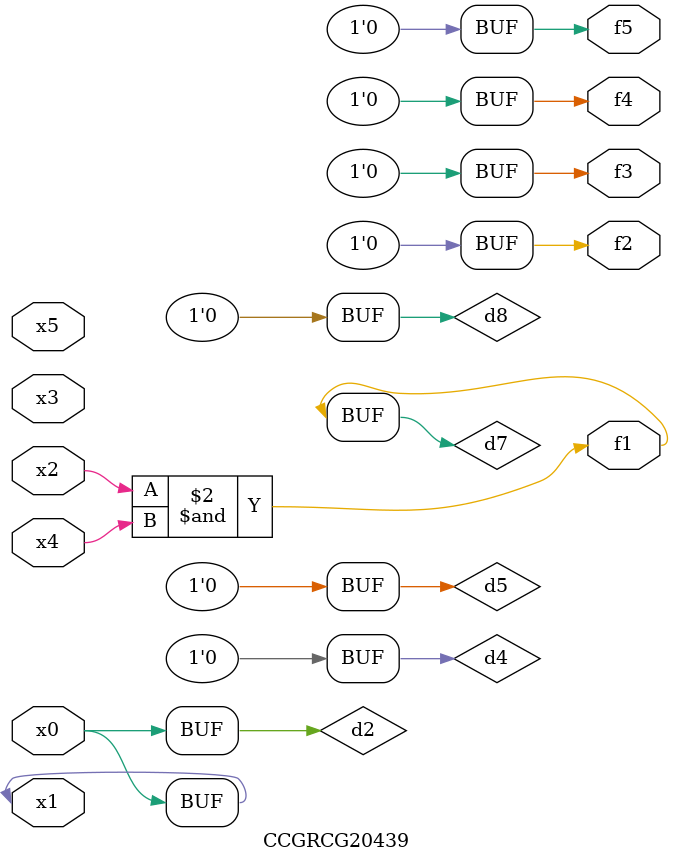
<source format=v>
module CCGRCG20439(
	input x0, x1, x2, x3, x4, x5,
	output f1, f2, f3, f4, f5
);

	wire d1, d2, d3, d4, d5, d6, d7, d8, d9;

	nand (d1, x1);
	buf (d2, x0, x1);
	nand (d3, x2, x4);
	and (d4, d1, d2);
	and (d5, d1, d2);
	nand (d6, d1, d3);
	not (d7, d3);
	xor (d8, d5);
	nor (d9, d5, d6);
	assign f1 = d7;
	assign f2 = d8;
	assign f3 = d8;
	assign f4 = d8;
	assign f5 = d8;
endmodule

</source>
